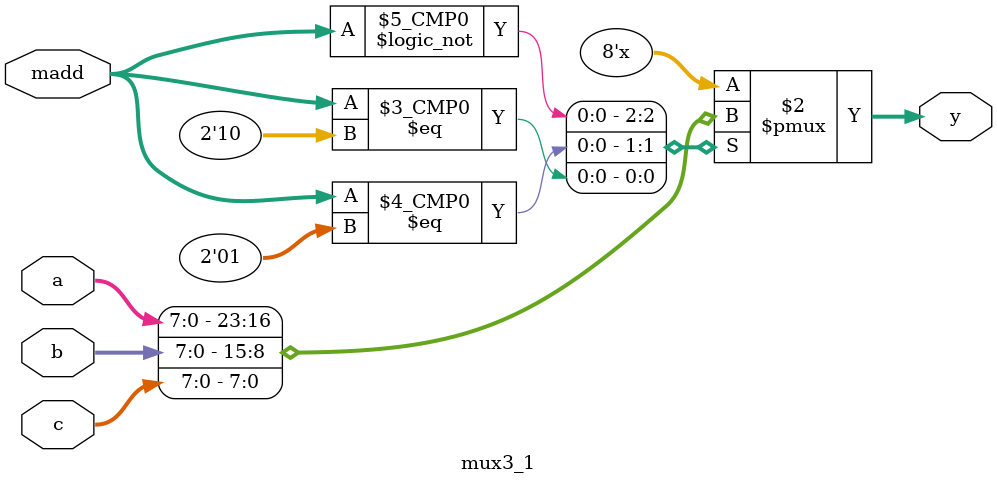
<source format=v>

module mux3_1(
	input [7:0]a,b,c,
	input [1:0]madd,
	output reg [7:0]y
);
always@(a,b,c,madd)
case(madd)
	2'b00: y <= a;
	2'b01: y <= b;
	2'b10: y <= c;
endcase
endmodule

</source>
